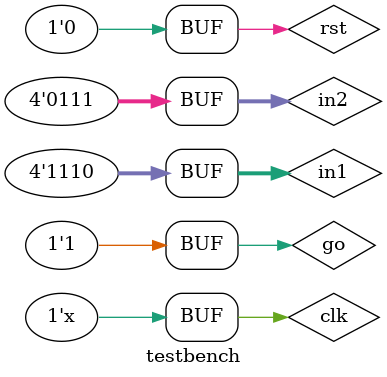
<source format=v>
`timescale 1ns / 1ps


module testbench;
reg clk,rst,go;
reg [3:0]in1,in2;
wire [3:0]out;
wire done;
initial begin
clk=0;
rst=1;
go=0;
#5 rst=0;
#10 go=1;
end
gcd dut(clk,rst,go,in1,in2,out,done);
always #5 clk=~clk;
initial begin
#20 in1=15;in2=5;
#100 in1=6;in2=9;
#100 in1=3;in2=10;
#100 in1=14;in2=7;
end
endmodule

</source>
